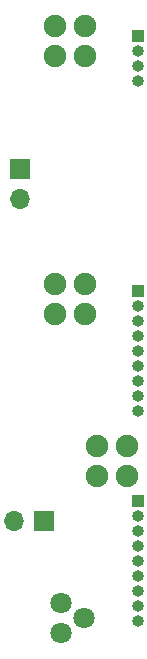
<source format=gbs>
G04 #@! TF.GenerationSoftware,KiCad,Pcbnew,7.0.11-7.0.11~ubuntu23.10.1*
G04 #@! TF.CreationDate,2024-06-17T23:23:06+02:00*
G04 #@! TF.ProjectId,Hardware_NanoPi_v7_ConnectorPlate,48617264-7761-4726-955f-4e616e6f5069,rev?*
G04 #@! TF.SameCoordinates,Original*
G04 #@! TF.FileFunction,Soldermask,Bot*
G04 #@! TF.FilePolarity,Negative*
%FSLAX46Y46*%
G04 Gerber Fmt 4.6, Leading zero omitted, Abs format (unit mm)*
G04 Created by KiCad (PCBNEW 7.0.11-7.0.11~ubuntu23.10.1) date 2024-06-17 23:23:06*
%MOMM*%
%LPD*%
G01*
G04 APERTURE LIST*
%ADD10R,1.000000X1.000000*%
%ADD11O,1.000000X1.000000*%
%ADD12O,1.900000X1.900000*%
%ADD13C,1.800000*%
%ADD14R,1.700000X1.700000*%
%ADD15O,1.700000X1.700000*%
G04 APERTURE END LIST*
D10*
G04 #@! TO.C,J10*
X12000000Y52760000D03*
D11*
X12000000Y51490000D03*
X12000000Y50220000D03*
X12000000Y48950000D03*
G04 #@! TD*
D10*
G04 #@! TO.C,J6*
X12000000Y31170000D03*
D11*
X12000000Y29900000D03*
X12000000Y28630000D03*
X12000000Y27360000D03*
X12000000Y26090000D03*
X12000000Y24820000D03*
X12000000Y23550000D03*
X12000000Y22280000D03*
X12000000Y21010000D03*
G04 #@! TD*
D12*
G04 #@! TO.C,J4*
X7500000Y51030000D03*
X4960000Y53570000D03*
X4960000Y51030000D03*
X7500000Y53570000D03*
G04 #@! TD*
G04 #@! TO.C,J3*
X8500000Y15500000D03*
X11040000Y15500000D03*
X11040000Y18040000D03*
X8500000Y18040000D03*
G04 #@! TD*
G04 #@! TO.C,J2*
X5000000Y31770000D03*
X7540000Y29230000D03*
X7540000Y31770000D03*
X5000000Y29230000D03*
G04 #@! TD*
D13*
G04 #@! TO.C,J5*
X5500000Y2230000D03*
X5500000Y4770000D03*
X7405000Y3500000D03*
G04 #@! TD*
D14*
G04 #@! TO.C,J12*
X2000000Y41520000D03*
D15*
X2000000Y38980000D03*
G04 #@! TD*
D10*
G04 #@! TO.C,J8*
X12000000Y13390000D03*
D11*
X12000000Y12120000D03*
X12000000Y10850000D03*
X12000000Y9580000D03*
X12000000Y8310000D03*
X12000000Y7040000D03*
X12000000Y5770000D03*
X12000000Y4500000D03*
X12000000Y3230000D03*
G04 #@! TD*
D14*
G04 #@! TO.C,J11*
X4000000Y11700000D03*
D15*
X1460000Y11700000D03*
G04 #@! TD*
M02*

</source>
